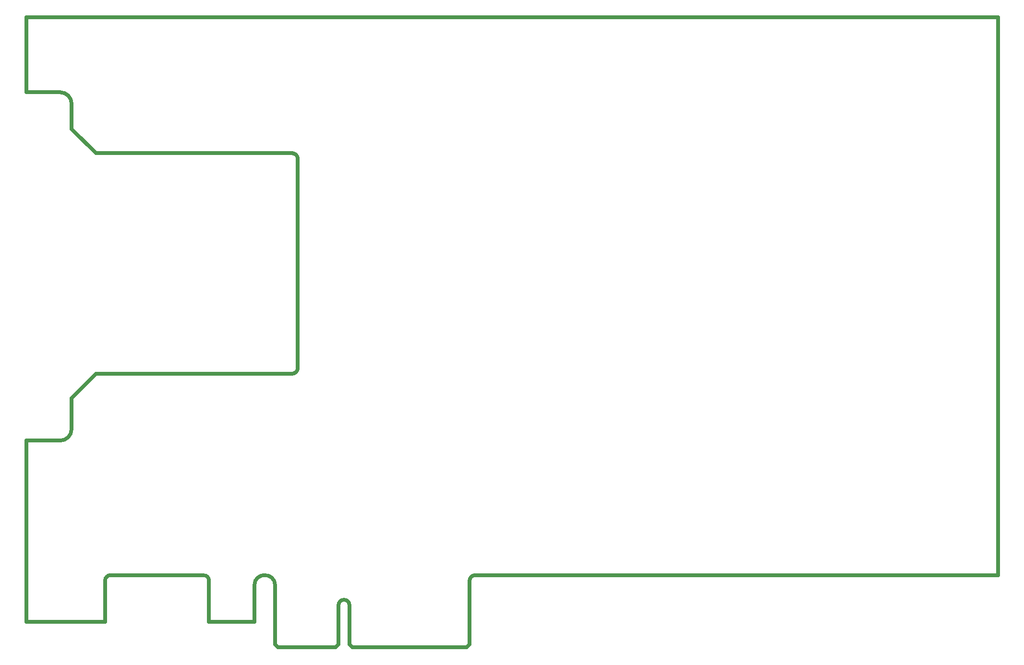
<source format=gbr>
%FSLAX24Y24*%
%MOIN*%
G70*
G01*
G75*
G04 Layer_Color=16711680*
%ADD10C,0.0250*%
D10*
X52874Y36161D02*
G03*
X52126Y36161I-374J0D01*
G01*
X47716Y37529D02*
G03*
X46279Y37529I-719J0D01*
G01*
X33583Y71004D02*
G03*
X32795Y71791I-787J0D01*
G01*
Y47598D02*
G03*
X33583Y48386I0J787D01*
G01*
X49291Y67165D02*
G03*
X48898Y67559I-394J0D01*
G01*
Y52244D02*
G03*
X49291Y52638I0J394D01*
G01*
X36299Y38248D02*
G03*
X35905Y37854I0J-394D01*
G01*
X43130D02*
G03*
X42736Y38248I-394J0D01*
G01*
X61614D02*
G03*
X61220Y37854I0J-394D01*
G01*
X30433Y35000D02*
X35905D01*
X97913Y38248D02*
Y76988D01*
X61024Y33228D02*
X61220Y33425D01*
X53071Y33228D02*
X61024D01*
X52874Y33425D02*
X53071Y33228D01*
X52874Y33425D02*
Y36161D01*
X51929Y33228D02*
X52126Y33425D01*
X47913Y33228D02*
X51929D01*
X47716Y33425D02*
X47913Y33228D01*
X47716Y33425D02*
Y37529D01*
X46279Y35000D02*
Y37529D01*
X43130Y35000D02*
X46279D01*
X52126Y33425D02*
Y36161D01*
X30433Y71791D02*
X32795D01*
X30433Y47598D02*
X32795D01*
X30433Y35000D02*
Y47598D01*
Y76988D02*
X97913D01*
X30433Y71791D02*
Y76988D01*
X33583Y69252D02*
Y71004D01*
Y69252D02*
X35276Y67559D01*
X49291Y52638D02*
Y67165D01*
X35905Y35000D02*
Y37854D01*
X36299Y38248D02*
X42736D01*
X43130Y35000D02*
Y37854D01*
X61220Y33425D02*
Y37854D01*
X61614Y38248D02*
X97904D01*
X35276Y67559D02*
X48898D01*
X35276Y52244D02*
X48898D01*
X33583Y50551D02*
X35276Y52244D01*
X33583Y48386D02*
Y50551D01*
M02*

</source>
